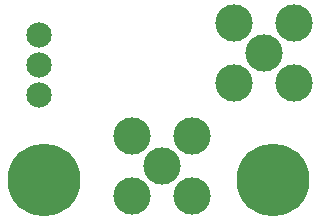
<source format=gbs>
G04*
G04 #@! TF.GenerationSoftware,Altium Limited,Altium Designer,21.2.2 (38)*
G04*
G04 Layer_Color=16711935*
%FSLAX25Y25*%
%MOIN*%
G70*
G04*
G04 #@! TF.SameCoordinates,DFD624CB-2947-408E-94CE-297F991FFE17*
G04*
G04*
G04 #@! TF.FilePolarity,Negative*
G04*
G01*
G75*
%ADD19C,0.24222*%
%ADD20C,0.12411*%
%ADD21C,0.08474*%
D19*
X190051Y114173D02*
D03*
X113673D02*
D03*
D20*
X187000Y156500D02*
D03*
X197000Y146500D02*
D03*
X177000D02*
D03*
X197000Y166500D02*
D03*
X177000D02*
D03*
X153000Y119000D02*
D03*
X163000Y109000D02*
D03*
X143000D02*
D03*
X163000Y129000D02*
D03*
X143000D02*
D03*
D21*
X112000Y142500D02*
D03*
Y152500D02*
D03*
Y162500D02*
D03*
M02*

</source>
